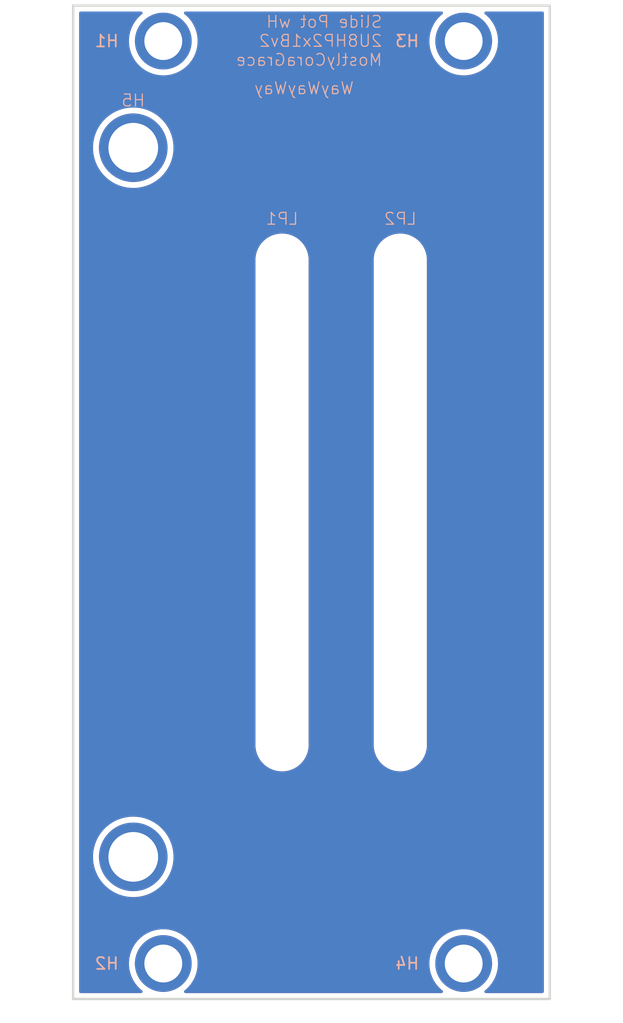
<source format=kicad_pcb>
(kicad_pcb (version 20241229) (generator "pcbnew") (generator_version "9.0")
  (layers (0 "F.Cu" signal) (2 "B.Cu" signal) (13 "F.Paste" user) (15 "B.Paste" user) (5 "F.SilkS" user "F.Silkscreen") (7 "B.SilkS" user "B.Silkscreen") (1 "F.Mask" user) (3 "B.Mask" user) (25 "Edge.Cuts" user))
  (net 0 "")
  (footprint "EXC:MountingHole_3.2mm_M3" (layer "F.Cu") (at 33.02 83.475)
    (property "Reference" "H4" (at -3.683 0 0) (layer "B.SilkS") (effects (justify left mirror)))
    (property "Value" "Eurorack_M3_MountingHole")
    (pad "" thru_hole circle (at 0 0) (size 4.8 4.8) (drill 3.2) (layers "*.Cu" "*.Mask"))
  )
  (footprint "EXC:MountingHole_3.2mm_M3" (layer "F.Cu") (at 7.62 83.475)
    (property "Reference" "H2" (at -3.683 0 0) (layer "B.SilkS") (effects (justify left mirror)))
    (property "Value" "Eurorack_M3_MountingHole")
    (pad "" thru_hole circle (at 0 0) (size 4.8 4.8) (drill 3.2) (layers "*.Cu" "*.Mask"))
  )
  (footprint "EXC:MountingHole_3.2mm_M3" (layer "F.Cu") (at 7.62 5.425)
    (property "Reference" "H1" (at -3.683 0 0) (layer "B.SilkS") (effects (justify left mirror)))
    (property "Value" "Eurorack_M3_MountingHole")
    (pad "" thru_hole circle (at 0 0) (size 4.8 4.8) (drill 3.2) (layers "*.Cu" "*.Mask"))
  )
  (footprint "EXC:MountingHole_3.2mm_M3" (layer "F.Cu") (at 33.02 5.425)
    (property "Reference" "H3" (at -3.683 0 0) (layer "B.SilkS") (effects (justify left mirror)))
    (property "Value" "Eurorack_M3_MountingHole")
    (pad "" thru_hole circle (at 0 0) (size 4.8 4.8) (drill 3.2) (layers "*.Cu" "*.Mask"))
  )
  (footprint "EXC:Linear_Potentiometer_45mm_M2_Panel_Mount_Top" (layer "F.Cu") (at 17.66 44.4625)
    (property "Reference" "LP1" (at 0 -24.003 0) (layer "B.SilkS") (effects (font (thickness 0.1)) (justify mirror)))
    (property "Value" "Linear_Potentiometer_45mm_M2_Panel_Mount_Top")
    (pad "" np_thru_hole oval (at 0 0) (size 4 45) (drill oval 4 45) (layers "*.Cu" "*.Mask"))
  )
  (footprint "EXC:Handle_2UM4P60_A" (layer "F.Cu") (at 5.08 14.45)
    (property "Reference" "H5" (at 0 -4 0) (layer "B.SilkS") (effects (font (thickness 0.1)) (justify mirror)))
    (property "Value" "Handle_2UM4P60_PanelMount")
    (pad "" thru_hole circle (at 0 0) (size 5.8 5.8) (drill 4.2) (layers "*.Cu" "*.Mask"))
    (pad "" thru_hole circle (at 0 60) (size 5.8 5.8) (drill 4.2) (layers "*.Cu" "*.Mask"))
  )
  (footprint "EXC:Linear_Potentiometer_45mm_M2_Panel_Mount_Top" (layer "F.Cu") (at 27.66 44.4625)
    (property "Reference" "LP2" (at 0 -24.003 0) (layer "B.SilkS") (effects (font (thickness 0.1)) (justify mirror)))
    (property "Value" "Linear_Potentiometer_45mm_M2_Panel_Mount_Top")
    (pad "" np_thru_hole oval (at 0 0) (size 4 45) (drill oval 4 45) (layers "*.Cu" "*.Mask"))
  )
  (gr_rect (start 0 2.425) (end 40.3 86.475) (stroke (width 0.2)) (fill no) (layer "Edge.Cuts"))
  (gr_text "Slide Pot wH\n2U8HP2x1Bv2\nMostlyCoraGrace" (at 26.2 7.6 0) (layer "B.SilkS") (effects (font (size 1 1) (thickness 0.1)) (justify left bottom mirror)))
  (gr_text "WayWayWay" (at 23.8 10 0) (layer "B.SilkS") (effects (font (size 1 1) (thickness 0.1)) (justify left bottom mirror)))
  (zone (net 0) (net_name "") (layers "F.Cu" "B.Cu") (connect_pads (clearance 0.5)) (min_thickness 0.25) (fill yes (thermal_gap 0.5) (thermal_bridge_width 0.5) (island_removal_mode 1) (island_area_min 10))
    (polygon (pts (xy 0 2.425) (xy 40.3 2.425) (xy 40.3 86.475) (xy 0 86.475)))
  )
)
</source>
